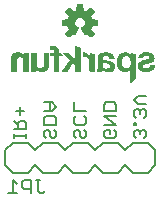
<source format=gbr>
G04 EAGLE Gerber RS-274X export*
G75*
%MOMM*%
%FSLAX34Y34*%
%LPD*%
%INSilkscreen Bottom*%
%IPPOS*%
%AMOC8*
5,1,8,0,0,1.08239X$1,22.5*%
G01*
%ADD10C,0.203200*%
%ADD11C,0.127000*%
%ADD12C,0.025400*%

G36*
X85520Y114446D02*
X85520Y114446D01*
X85628Y114456D01*
X85641Y114462D01*
X85655Y114464D01*
X85752Y114512D01*
X85851Y114557D01*
X85864Y114568D01*
X85873Y114572D01*
X85888Y114588D01*
X85965Y114650D01*
X88550Y117235D01*
X88613Y117324D01*
X88679Y117409D01*
X88684Y117422D01*
X88692Y117434D01*
X88723Y117537D01*
X88759Y117640D01*
X88759Y117654D01*
X88763Y117667D01*
X88759Y117775D01*
X88760Y117884D01*
X88755Y117897D01*
X88755Y117911D01*
X88717Y118013D01*
X88682Y118115D01*
X88673Y118130D01*
X88669Y118139D01*
X88655Y118156D01*
X88601Y118238D01*
X85837Y121628D01*
X86394Y122710D01*
X86400Y122730D01*
X86442Y122825D01*
X86813Y123984D01*
X91164Y124427D01*
X91268Y124455D01*
X91374Y124480D01*
X91386Y124487D01*
X91399Y124490D01*
X91489Y124551D01*
X91582Y124608D01*
X91590Y124619D01*
X91602Y124627D01*
X91668Y124713D01*
X91737Y124797D01*
X91741Y124810D01*
X91750Y124821D01*
X91784Y124924D01*
X91823Y125025D01*
X91824Y125043D01*
X91828Y125052D01*
X91828Y125074D01*
X91837Y125172D01*
X91837Y128828D01*
X91820Y128935D01*
X91806Y129043D01*
X91800Y129055D01*
X91798Y129069D01*
X91746Y129165D01*
X91699Y129262D01*
X91689Y129272D01*
X91683Y129284D01*
X91603Y129358D01*
X91527Y129435D01*
X91515Y129441D01*
X91505Y129451D01*
X91406Y129496D01*
X91309Y129544D01*
X91291Y129548D01*
X91282Y129552D01*
X91261Y129554D01*
X91164Y129573D01*
X86813Y130016D01*
X86442Y131175D01*
X86433Y131193D01*
X86431Y131200D01*
X86427Y131207D01*
X86394Y131290D01*
X85837Y132372D01*
X88601Y135762D01*
X88655Y135856D01*
X88712Y135948D01*
X88715Y135961D01*
X88722Y135973D01*
X88743Y136080D01*
X88768Y136185D01*
X88766Y136199D01*
X88769Y136213D01*
X88754Y136320D01*
X88744Y136428D01*
X88738Y136441D01*
X88736Y136455D01*
X88688Y136552D01*
X88643Y136651D01*
X88632Y136664D01*
X88628Y136673D01*
X88612Y136688D01*
X88550Y136765D01*
X85965Y139350D01*
X85876Y139413D01*
X85791Y139479D01*
X85778Y139484D01*
X85766Y139492D01*
X85663Y139523D01*
X85560Y139559D01*
X85546Y139559D01*
X85533Y139563D01*
X85425Y139559D01*
X85316Y139560D01*
X85303Y139555D01*
X85289Y139555D01*
X85187Y139517D01*
X85085Y139482D01*
X85070Y139473D01*
X85061Y139469D01*
X85044Y139455D01*
X84962Y139401D01*
X81572Y136637D01*
X80490Y137194D01*
X80470Y137200D01*
X80375Y137242D01*
X79216Y137613D01*
X78773Y141964D01*
X78745Y142068D01*
X78720Y142174D01*
X78713Y142186D01*
X78710Y142199D01*
X78649Y142289D01*
X78592Y142382D01*
X78581Y142390D01*
X78573Y142402D01*
X78487Y142468D01*
X78403Y142537D01*
X78390Y142541D01*
X78379Y142550D01*
X78276Y142584D01*
X78175Y142623D01*
X78157Y142624D01*
X78148Y142628D01*
X78126Y142628D01*
X78028Y142637D01*
X74372Y142637D01*
X74265Y142620D01*
X74157Y142606D01*
X74145Y142600D01*
X74131Y142598D01*
X74035Y142546D01*
X73938Y142499D01*
X73928Y142489D01*
X73916Y142483D01*
X73842Y142403D01*
X73765Y142327D01*
X73759Y142315D01*
X73749Y142305D01*
X73704Y142206D01*
X73656Y142109D01*
X73652Y142091D01*
X73648Y142082D01*
X73646Y142061D01*
X73627Y141964D01*
X73184Y137613D01*
X72025Y137242D01*
X72007Y137232D01*
X71910Y137194D01*
X70828Y136637D01*
X67438Y139401D01*
X67344Y139455D01*
X67252Y139512D01*
X67239Y139515D01*
X67227Y139522D01*
X67120Y139543D01*
X67015Y139568D01*
X67001Y139566D01*
X66987Y139569D01*
X66880Y139554D01*
X66772Y139544D01*
X66759Y139538D01*
X66746Y139536D01*
X66648Y139488D01*
X66549Y139443D01*
X66536Y139432D01*
X66527Y139428D01*
X66512Y139412D01*
X66435Y139350D01*
X63850Y136765D01*
X63787Y136676D01*
X63721Y136591D01*
X63716Y136578D01*
X63708Y136566D01*
X63677Y136463D01*
X63641Y136360D01*
X63641Y136346D01*
X63637Y136333D01*
X63641Y136225D01*
X63640Y136116D01*
X63645Y136103D01*
X63645Y136089D01*
X63683Y135987D01*
X63718Y135885D01*
X63727Y135870D01*
X63731Y135861D01*
X63745Y135844D01*
X63799Y135762D01*
X66563Y132372D01*
X66006Y131290D01*
X66000Y131270D01*
X65958Y131175D01*
X65587Y130016D01*
X61236Y129573D01*
X61132Y129545D01*
X61026Y129520D01*
X61014Y129513D01*
X61001Y129510D01*
X60911Y129449D01*
X60818Y129392D01*
X60810Y129381D01*
X60798Y129373D01*
X60732Y129287D01*
X60664Y129203D01*
X60659Y129190D01*
X60650Y129179D01*
X60616Y129076D01*
X60577Y128975D01*
X60576Y128957D01*
X60572Y128948D01*
X60573Y128926D01*
X60563Y128828D01*
X60563Y125172D01*
X60580Y125065D01*
X60594Y124957D01*
X60600Y124945D01*
X60602Y124931D01*
X60654Y124835D01*
X60701Y124738D01*
X60711Y124728D01*
X60717Y124716D01*
X60797Y124642D01*
X60873Y124565D01*
X60885Y124559D01*
X60896Y124549D01*
X60994Y124504D01*
X61091Y124456D01*
X61109Y124452D01*
X61118Y124448D01*
X61139Y124446D01*
X61236Y124427D01*
X65587Y123984D01*
X65958Y122825D01*
X65968Y122807D01*
X66006Y122710D01*
X66563Y121628D01*
X63799Y118238D01*
X63745Y118144D01*
X63688Y118052D01*
X63685Y118039D01*
X63678Y118027D01*
X63657Y117920D01*
X63632Y117815D01*
X63634Y117801D01*
X63631Y117787D01*
X63646Y117680D01*
X63656Y117572D01*
X63662Y117559D01*
X63664Y117546D01*
X63712Y117448D01*
X63757Y117349D01*
X63768Y117336D01*
X63772Y117327D01*
X63788Y117312D01*
X63850Y117235D01*
X66435Y114650D01*
X66524Y114587D01*
X66609Y114521D01*
X66622Y114516D01*
X66634Y114508D01*
X66737Y114477D01*
X66840Y114441D01*
X66854Y114441D01*
X66867Y114437D01*
X66975Y114441D01*
X67084Y114440D01*
X67097Y114445D01*
X67111Y114445D01*
X67213Y114483D01*
X67315Y114518D01*
X67330Y114527D01*
X67339Y114531D01*
X67356Y114545D01*
X67438Y114599D01*
X70828Y117363D01*
X71910Y116806D01*
X71963Y116789D01*
X72012Y116763D01*
X72078Y116752D01*
X72142Y116731D01*
X72198Y116732D01*
X72252Y116723D01*
X72319Y116734D01*
X72386Y116735D01*
X72438Y116753D01*
X72493Y116762D01*
X72553Y116794D01*
X72616Y116817D01*
X72659Y116851D01*
X72709Y116877D01*
X72755Y116926D01*
X72807Y116968D01*
X72838Y117015D01*
X72876Y117055D01*
X72932Y117160D01*
X72940Y117173D01*
X72941Y117178D01*
X72945Y117185D01*
X75098Y122382D01*
X75118Y122465D01*
X75123Y122478D01*
X75125Y122494D01*
X75150Y122579D01*
X75149Y122600D01*
X75154Y122620D01*
X75146Y122702D01*
X75147Y122721D01*
X75143Y122741D01*
X75139Y122822D01*
X75132Y122842D01*
X75130Y122863D01*
X75098Y122932D01*
X75092Y122959D01*
X75077Y122983D01*
X75051Y123050D01*
X75038Y123066D01*
X75029Y123085D01*
X74984Y123134D01*
X74964Y123166D01*
X74933Y123191D01*
X74895Y123237D01*
X74872Y123253D01*
X74862Y123263D01*
X74841Y123275D01*
X74776Y123320D01*
X74775Y123321D01*
X74774Y123322D01*
X73875Y123828D01*
X73188Y124472D01*
X72673Y125260D01*
X72361Y126148D01*
X72269Y127085D01*
X72402Y128017D01*
X72753Y128891D01*
X73302Y129656D01*
X74016Y130269D01*
X74856Y130694D01*
X75773Y130908D01*
X76714Y130898D01*
X77626Y130664D01*
X78456Y130221D01*
X79157Y129592D01*
X79689Y128815D01*
X80020Y127934D01*
X80133Y126999D01*
X80025Y126082D01*
X79705Y125214D01*
X79191Y124445D01*
X78512Y123818D01*
X77628Y123323D01*
X77586Y123290D01*
X77544Y123267D01*
X77513Y123234D01*
X77465Y123199D01*
X77453Y123183D01*
X77437Y123170D01*
X77402Y123115D01*
X77377Y123089D01*
X77364Y123059D01*
X77322Y123001D01*
X77316Y122982D01*
X77306Y122965D01*
X77287Y122890D01*
X77277Y122867D01*
X77274Y122843D01*
X77251Y122768D01*
X77252Y122748D01*
X77247Y122728D01*
X77254Y122642D01*
X77253Y122624D01*
X77256Y122608D01*
X77259Y122524D01*
X77267Y122499D01*
X77268Y122485D01*
X77278Y122463D01*
X77302Y122382D01*
X78231Y120139D01*
X78231Y120138D01*
X79162Y117891D01*
X79163Y117891D01*
X79455Y117185D01*
X79484Y117138D01*
X79505Y117086D01*
X79548Y117035D01*
X79584Y116978D01*
X79627Y116943D01*
X79663Y116900D01*
X79720Y116866D01*
X79772Y116823D01*
X79824Y116804D01*
X79872Y116775D01*
X79938Y116761D01*
X80001Y116737D01*
X80056Y116735D01*
X80110Y116724D01*
X80177Y116731D01*
X80244Y116729D01*
X80298Y116745D01*
X80353Y116752D01*
X80464Y116796D01*
X80478Y116800D01*
X80482Y116803D01*
X80490Y116806D01*
X81572Y117363D01*
X84962Y114599D01*
X85056Y114545D01*
X85148Y114488D01*
X85161Y114485D01*
X85173Y114478D01*
X85280Y114457D01*
X85385Y114432D01*
X85399Y114434D01*
X85413Y114431D01*
X85520Y114446D01*
G37*
G36*
X119001Y76253D02*
X119001Y76253D01*
X119003Y76252D01*
X119024Y76261D01*
X119084Y76284D01*
X123224Y80018D01*
X123226Y80024D01*
X123232Y80027D01*
X123256Y80087D01*
X123265Y80108D01*
X123264Y80110D01*
X123265Y80112D01*
X123265Y100686D01*
X123250Y100723D01*
X123240Y100762D01*
X123231Y100768D01*
X123227Y100777D01*
X123199Y100788D01*
X123163Y100810D01*
X119277Y101546D01*
X119262Y101543D01*
X119247Y101548D01*
X119215Y101533D01*
X119180Y101525D01*
X119172Y101512D01*
X119159Y101506D01*
X119144Y101467D01*
X119128Y101442D01*
X119131Y101431D01*
X119127Y101420D01*
X119151Y99503D01*
X119017Y99652D01*
X119016Y99653D01*
X119016Y99654D01*
X118127Y100619D01*
X118121Y100621D01*
X118117Y100628D01*
X117774Y100929D01*
X117763Y100933D01*
X117755Y100943D01*
X117361Y101176D01*
X117352Y101177D01*
X117344Y101184D01*
X116023Y101717D01*
X116012Y101717D01*
X116002Y101724D01*
X115520Y101826D01*
X115508Y101823D01*
X115496Y101828D01*
X113515Y101853D01*
X113504Y101849D01*
X113492Y101851D01*
X112407Y101668D01*
X112397Y101661D01*
X112383Y101661D01*
X111358Y101261D01*
X111351Y101253D01*
X111339Y101251D01*
X110437Y100710D01*
X110432Y100704D01*
X110423Y100701D01*
X109599Y100048D01*
X109593Y100038D01*
X109583Y100033D01*
X108791Y99143D01*
X108787Y99130D01*
X108775Y99121D01*
X108196Y98080D01*
X108194Y98068D01*
X108186Y98057D01*
X107512Y95944D01*
X107513Y95933D01*
X107507Y95922D01*
X107224Y93722D01*
X107227Y93711D01*
X107223Y93699D01*
X107341Y91484D01*
X107346Y91474D01*
X107344Y91462D01*
X107667Y90086D01*
X107674Y90077D01*
X107674Y90065D01*
X108230Y88765D01*
X108238Y88757D01*
X108240Y88746D01*
X109012Y87561D01*
X109021Y87555D01*
X109026Y87544D01*
X109683Y86837D01*
X109693Y86833D01*
X109699Y86823D01*
X110467Y86238D01*
X110478Y86236D01*
X110485Y86227D01*
X111341Y85781D01*
X111352Y85780D01*
X111361Y85772D01*
X112280Y85478D01*
X112290Y85479D01*
X112300Y85473D01*
X113512Y85284D01*
X113521Y85286D01*
X113530Y85283D01*
X114757Y85266D01*
X114765Y85269D01*
X114775Y85267D01*
X115992Y85422D01*
X116002Y85427D01*
X116014Y85427D01*
X116858Y85691D01*
X116868Y85699D01*
X116883Y85702D01*
X117652Y86139D01*
X117660Y86149D01*
X117674Y86154D01*
X118334Y86744D01*
X118340Y86756D01*
X118352Y86764D01*
X118872Y87480D01*
X118873Y87482D01*
X118873Y76378D01*
X118891Y76334D01*
X118908Y76291D01*
X118910Y76290D01*
X118911Y76287D01*
X118955Y76270D01*
X118999Y76252D01*
X119001Y76253D01*
G37*
G36*
X101451Y85269D02*
X101451Y85269D01*
X101462Y85274D01*
X101476Y85272D01*
X102848Y85580D01*
X102859Y85588D01*
X102874Y85589D01*
X104143Y86195D01*
X104152Y86205D01*
X104166Y86209D01*
X104614Y86551D01*
X104620Y86561D01*
X104632Y86567D01*
X105009Y86987D01*
X105013Y86998D01*
X105023Y87006D01*
X105315Y87489D01*
X105317Y87500D01*
X105325Y87510D01*
X105698Y88503D01*
X105698Y88514D01*
X105704Y88525D01*
X105893Y89569D01*
X105890Y89580D01*
X105895Y89592D01*
X105892Y90653D01*
X105889Y90660D01*
X105891Y90663D01*
X105888Y90670D01*
X105889Y90680D01*
X105683Y91621D01*
X105674Y91633D01*
X105673Y91650D01*
X105244Y92512D01*
X105234Y92521D01*
X105229Y92536D01*
X104731Y93145D01*
X104726Y93148D01*
X104724Y93152D01*
X104718Y93154D01*
X104713Y93163D01*
X104103Y93661D01*
X104091Y93664D01*
X104082Y93675D01*
X103386Y94041D01*
X103375Y94042D01*
X103366Y94049D01*
X101881Y94533D01*
X101873Y94532D01*
X101864Y94537D01*
X100327Y94815D01*
X100323Y94814D01*
X100318Y94817D01*
X98112Y95045D01*
X96806Y95271D01*
X96337Y95436D01*
X95909Y95682D01*
X95625Y95943D01*
X95565Y96030D01*
X95523Y96127D01*
X95412Y96648D01*
X95412Y97179D01*
X95523Y97700D01*
X95662Y98014D01*
X95861Y98293D01*
X96114Y98527D01*
X96428Y98720D01*
X96774Y98848D01*
X97143Y98909D01*
X98498Y98959D01*
X99085Y98905D01*
X99646Y98740D01*
X100110Y98485D01*
X100500Y98129D01*
X100795Y97691D01*
X100979Y97196D01*
X101042Y96665D01*
X101042Y96622D01*
X101043Y96620D01*
X101042Y96618D01*
X101062Y96575D01*
X101080Y96531D01*
X101082Y96531D01*
X101083Y96529D01*
X101168Y96496D01*
X105309Y96496D01*
X105310Y96494D01*
X105352Y96484D01*
X105394Y96470D01*
X105400Y96473D01*
X105406Y96472D01*
X105431Y96488D01*
X105476Y96509D01*
X105501Y96534D01*
X105501Y96535D01*
X105517Y96577D01*
X105536Y96626D01*
X105536Y96627D01*
X105516Y96669D01*
X105497Y96712D01*
X105375Y97603D01*
X105369Y97614D01*
X105369Y97629D01*
X105035Y98570D01*
X105026Y98580D01*
X105023Y98594D01*
X104504Y99447D01*
X104493Y99455D01*
X104488Y99468D01*
X103805Y100198D01*
X103793Y100203D01*
X103785Y100215D01*
X102968Y100789D01*
X102956Y100792D01*
X102947Y100801D01*
X101789Y101330D01*
X101779Y101330D01*
X101770Y101337D01*
X100541Y101671D01*
X100532Y101670D01*
X100523Y101674D01*
X98783Y101888D01*
X98775Y101885D01*
X98767Y101888D01*
X97013Y101880D01*
X97006Y101877D01*
X96997Y101879D01*
X95258Y101649D01*
X95250Y101644D01*
X95239Y101645D01*
X93825Y101220D01*
X93816Y101212D01*
X93802Y101211D01*
X92499Y100517D01*
X92490Y100507D01*
X92476Y100502D01*
X91914Y100019D01*
X91907Y100005D01*
X91893Y99996D01*
X91466Y99391D01*
X91463Y99376D01*
X91451Y99364D01*
X91184Y98673D01*
X91185Y98658D01*
X91177Y98643D01*
X91086Y97908D01*
X91088Y97900D01*
X91085Y97892D01*
X91085Y93066D01*
X91086Y93064D01*
X91085Y93062D01*
X91092Y93047D01*
X91060Y92963D01*
X91085Y88625D01*
X90983Y87288D01*
X90634Y85993D01*
X90560Y85794D01*
X90561Y85769D01*
X90552Y85746D01*
X90563Y85722D01*
X90564Y85696D01*
X90583Y85679D01*
X90593Y85657D01*
X90620Y85646D01*
X90638Y85630D01*
X90657Y85632D01*
X90678Y85624D01*
X94712Y85624D01*
X94748Y85621D01*
X94776Y85630D01*
X94816Y85634D01*
X94853Y85653D01*
X94872Y85675D01*
X94904Y85699D01*
X94926Y85735D01*
X94928Y85752D01*
X94940Y85768D01*
X95016Y86048D01*
X95015Y86051D01*
X95017Y86054D01*
X95244Y87083D01*
X95254Y87106D01*
X95260Y87112D01*
X95268Y87114D01*
X95277Y87113D01*
X95301Y87097D01*
X96128Y86394D01*
X96139Y86390D01*
X96148Y86380D01*
X97099Y85840D01*
X97110Y85839D01*
X97120Y85831D01*
X98155Y85478D01*
X98167Y85479D01*
X98177Y85473D01*
X99795Y85232D01*
X99805Y85235D01*
X99816Y85231D01*
X101451Y85269D01*
G37*
G36*
X76584Y85498D02*
X76584Y85498D01*
X76587Y85497D01*
X76670Y85534D01*
X76721Y85585D01*
X76723Y85588D01*
X76725Y85589D01*
X76758Y85674D01*
X76758Y105004D01*
X76750Y105023D01*
X76752Y105043D01*
X76731Y105070D01*
X76720Y105095D01*
X76706Y105100D01*
X76695Y105114D01*
X72555Y107476D01*
X72520Y107480D01*
X72488Y107492D01*
X72473Y107485D01*
X72457Y107487D01*
X72430Y107465D01*
X72399Y107451D01*
X72392Y107435D01*
X72380Y107425D01*
X72378Y107398D01*
X72366Y107366D01*
X72366Y95936D01*
X66891Y101410D01*
X66888Y101412D01*
X66887Y101414D01*
X66802Y101447D01*
X62128Y101447D01*
X62126Y101447D01*
X62125Y101447D01*
X62081Y101427D01*
X62037Y101409D01*
X62037Y101407D01*
X62035Y101406D01*
X62019Y101362D01*
X62002Y101317D01*
X62003Y101315D01*
X62002Y101314D01*
X62040Y101231D01*
X67731Y95665D01*
X61134Y85770D01*
X61127Y85732D01*
X61113Y85695D01*
X61118Y85685D01*
X61116Y85673D01*
X61138Y85642D01*
X61155Y85606D01*
X61166Y85602D01*
X61172Y85593D01*
X61202Y85588D01*
X61240Y85574D01*
X66320Y85599D01*
X66337Y85606D01*
X66355Y85604D01*
X66384Y85626D01*
X66410Y85638D01*
X66415Y85650D01*
X66427Y85660D01*
X70660Y92638D01*
X72315Y91031D01*
X72315Y85623D01*
X72316Y85621D01*
X72315Y85619D01*
X72335Y85576D01*
X72353Y85532D01*
X72355Y85532D01*
X72356Y85530D01*
X72441Y85497D01*
X76581Y85497D01*
X76584Y85498D01*
G37*
G36*
X45016Y85197D02*
X45016Y85197D01*
X45027Y85194D01*
X46060Y85341D01*
X46071Y85347D01*
X46084Y85347D01*
X47070Y85690D01*
X47079Y85698D01*
X47092Y85700D01*
X47994Y86226D01*
X48001Y86236D01*
X48014Y86241D01*
X48268Y86469D01*
X48274Y86480D01*
X48285Y86488D01*
X48946Y87373D01*
X48948Y87384D01*
X48958Y87393D01*
X49446Y88383D01*
X49446Y88395D01*
X49454Y88405D01*
X49754Y89468D01*
X49752Y89479D01*
X49758Y89491D01*
X49859Y90590D01*
X49857Y90596D01*
X49859Y90602D01*
X49859Y101397D01*
X49858Y101399D01*
X49859Y101401D01*
X49839Y101444D01*
X49821Y101488D01*
X49819Y101488D01*
X49818Y101490D01*
X49733Y101523D01*
X45593Y101523D01*
X45591Y101522D01*
X45589Y101523D01*
X45546Y101503D01*
X45502Y101485D01*
X45502Y101483D01*
X45500Y101482D01*
X45467Y101397D01*
X45467Y91400D01*
X45318Y90570D01*
X44975Y89802D01*
X44703Y89440D01*
X44362Y89139D01*
X43967Y88914D01*
X43278Y88691D01*
X42559Y88611D01*
X41838Y88678D01*
X41147Y88890D01*
X40637Y89178D01*
X40206Y89575D01*
X39879Y90060D01*
X39670Y90610D01*
X39445Y91814D01*
X39369Y93044D01*
X39369Y101346D01*
X39368Y101348D01*
X39369Y101350D01*
X39349Y101393D01*
X39331Y101437D01*
X39329Y101437D01*
X39328Y101439D01*
X39243Y101472D01*
X35027Y101472D01*
X35025Y101471D01*
X35023Y101472D01*
X34980Y101452D01*
X34936Y101434D01*
X34936Y101432D01*
X34934Y101431D01*
X34901Y101346D01*
X34901Y85725D01*
X34902Y85723D01*
X34901Y85721D01*
X34921Y85678D01*
X34939Y85634D01*
X34941Y85634D01*
X34942Y85632D01*
X35027Y85599D01*
X39040Y85599D01*
X39042Y85600D01*
X39044Y85599D01*
X39087Y85619D01*
X39131Y85637D01*
X39131Y85639D01*
X39133Y85640D01*
X39166Y85725D01*
X39166Y87782D01*
X39673Y87141D01*
X39681Y87137D01*
X39685Y87128D01*
X40512Y86343D01*
X40521Y86340D01*
X40526Y86332D01*
X41456Y85673D01*
X41465Y85671D01*
X41473Y85663D01*
X41718Y85541D01*
X41729Y85540D01*
X41738Y85533D01*
X42000Y85452D01*
X42009Y85453D01*
X42018Y85448D01*
X43496Y85225D01*
X43504Y85227D01*
X43512Y85223D01*
X45006Y85193D01*
X45016Y85197D01*
G37*
G36*
X32539Y85524D02*
X32539Y85524D01*
X32541Y85523D01*
X32584Y85543D01*
X32628Y85561D01*
X32628Y85563D01*
X32630Y85564D01*
X32663Y85649D01*
X32663Y101371D01*
X32662Y101373D01*
X32663Y101375D01*
X32643Y101418D01*
X32625Y101462D01*
X32623Y101462D01*
X32622Y101464D01*
X32537Y101497D01*
X28499Y101497D01*
X28497Y101496D01*
X28495Y101497D01*
X28452Y101477D01*
X28408Y101459D01*
X28408Y101457D01*
X28406Y101456D01*
X28373Y101371D01*
X28373Y99303D01*
X28331Y99332D01*
X28217Y99468D01*
X27940Y99846D01*
X27936Y99848D01*
X27934Y99853D01*
X27532Y100326D01*
X27525Y100330D01*
X27521Y100338D01*
X27326Y100514D01*
X27186Y100640D01*
X27060Y100754D01*
X27050Y100757D01*
X27042Y100767D01*
X26144Y101334D01*
X26131Y101337D01*
X26120Y101346D01*
X25124Y101715D01*
X25111Y101715D01*
X25098Y101722D01*
X24046Y101877D01*
X24036Y101874D01*
X24025Y101878D01*
X22019Y101828D01*
X22009Y101824D01*
X21996Y101826D01*
X21019Y101620D01*
X21007Y101612D01*
X20991Y101611D01*
X20086Y101189D01*
X20077Y101178D01*
X20062Y101174D01*
X19277Y100556D01*
X19271Y100545D01*
X19259Y100539D01*
X18770Y99964D01*
X18767Y99953D01*
X18757Y99946D01*
X18373Y99297D01*
X18371Y99286D01*
X18363Y99277D01*
X18094Y98572D01*
X18094Y98563D01*
X18089Y98554D01*
X17849Y97447D01*
X17851Y97438D01*
X17847Y97430D01*
X17756Y96301D01*
X17758Y96296D01*
X17756Y96291D01*
X17756Y85750D01*
X17757Y85748D01*
X17756Y85746D01*
X17776Y85703D01*
X17794Y85659D01*
X17796Y85659D01*
X17797Y85657D01*
X17882Y85624D01*
X21971Y85624D01*
X21973Y85625D01*
X21975Y85624D01*
X22018Y85644D01*
X22062Y85662D01*
X22062Y85664D01*
X22064Y85665D01*
X22097Y85750D01*
X22097Y95396D01*
X22162Y96114D01*
X22353Y96802D01*
X22663Y97444D01*
X22959Y97831D01*
X23333Y98140D01*
X23768Y98357D01*
X24068Y98434D01*
X24384Y98451D01*
X25489Y98401D01*
X26045Y98314D01*
X26561Y98110D01*
X27018Y97796D01*
X27535Y97227D01*
X27898Y96548D01*
X28115Y95798D01*
X28195Y95015D01*
X28195Y85649D01*
X28196Y85647D01*
X28195Y85645D01*
X28215Y85602D01*
X28233Y85558D01*
X28235Y85558D01*
X28236Y85556D01*
X28321Y85523D01*
X32537Y85523D01*
X32539Y85524D01*
G37*
G36*
X132234Y85245D02*
X132234Y85245D01*
X132241Y85243D01*
X134807Y85421D01*
X134816Y85426D01*
X134826Y85424D01*
X135747Y85636D01*
X135758Y85644D01*
X135772Y85645D01*
X136629Y86042D01*
X136635Y86049D01*
X136644Y86051D01*
X137838Y86813D01*
X137843Y86819D01*
X137851Y86822D01*
X138366Y87253D01*
X138371Y87264D01*
X138383Y87270D01*
X138803Y87794D01*
X138807Y87805D01*
X138817Y87814D01*
X139126Y88410D01*
X139127Y88419D01*
X139134Y88427D01*
X139566Y89697D01*
X139565Y89707D01*
X139570Y89716D01*
X139672Y90300D01*
X139671Y90307D01*
X139674Y90313D01*
X139699Y90669D01*
X139698Y90673D01*
X139699Y90676D01*
X139698Y90678D01*
X139699Y90682D01*
X139687Y90708D01*
X139684Y90738D01*
X139683Y90739D01*
X139683Y90740D01*
X139672Y90749D01*
X139667Y90762D01*
X139661Y90765D01*
X139658Y90771D01*
X139628Y90783D01*
X139608Y90799D01*
X139606Y90799D01*
X139605Y90800D01*
X139590Y90799D01*
X139578Y90804D01*
X139576Y90803D01*
X139573Y90804D01*
X135712Y90804D01*
X135710Y90803D01*
X135708Y90804D01*
X135665Y90784D01*
X135621Y90766D01*
X135621Y90764D01*
X135619Y90763D01*
X135586Y90678D01*
X135586Y90631D01*
X135557Y90134D01*
X135411Y89672D01*
X135155Y89258D01*
X135051Y89153D01*
X134925Y89027D01*
X134713Y88815D01*
X134186Y88478D01*
X133599Y88261D01*
X133037Y88188D01*
X131707Y88188D01*
X131104Y88262D01*
X130537Y88459D01*
X130024Y88771D01*
X129737Y89055D01*
X129528Y89400D01*
X129411Y89785D01*
X129394Y90189D01*
X129479Y90584D01*
X129660Y90946D01*
X129925Y91250D01*
X130261Y91481D01*
X131368Y91951D01*
X132542Y92257D01*
X136173Y93120D01*
X136180Y93125D01*
X136189Y93125D01*
X136997Y93431D01*
X137004Y93437D01*
X137014Y93439D01*
X137765Y93866D01*
X137771Y93873D01*
X137781Y93877D01*
X138458Y94414D01*
X138463Y94424D01*
X138474Y94430D01*
X138811Y94815D01*
X138815Y94828D01*
X138826Y94837D01*
X139075Y95284D01*
X139076Y95297D01*
X139085Y95308D01*
X139237Y95797D01*
X139235Y95809D01*
X139242Y95822D01*
X139347Y96958D01*
X139344Y96971D01*
X139347Y96984D01*
X139218Y98118D01*
X139212Y98129D01*
X139213Y98143D01*
X138855Y99227D01*
X138847Y99236D01*
X138845Y99250D01*
X138546Y99772D01*
X138536Y99779D01*
X138531Y99792D01*
X138137Y100247D01*
X138126Y100252D01*
X138119Y100264D01*
X137643Y100633D01*
X137632Y100636D01*
X137623Y100645D01*
X136342Y101299D01*
X136331Y101300D01*
X136321Y101307D01*
X134943Y101718D01*
X134932Y101717D01*
X134920Y101723D01*
X133491Y101878D01*
X133484Y101876D01*
X133477Y101878D01*
X131674Y101878D01*
X131668Y101876D01*
X131661Y101878D01*
X130268Y101738D01*
X130259Y101733D01*
X130248Y101734D01*
X128897Y101366D01*
X128888Y101359D01*
X128874Y101357D01*
X127777Y100819D01*
X127768Y100809D01*
X127754Y100805D01*
X126795Y100048D01*
X126789Y100038D01*
X126778Y100033D01*
X126430Y99637D01*
X126428Y99632D01*
X126427Y99632D01*
X126426Y99628D01*
X126418Y99622D01*
X126132Y99180D01*
X126130Y99170D01*
X126123Y99163D01*
X125767Y98375D01*
X125767Y98370D01*
X125763Y98366D01*
X125560Y97808D01*
X125562Y97784D01*
X125557Y97772D01*
X125560Y97765D01*
X125555Y97740D01*
X125564Y97726D01*
X125555Y97714D01*
X125557Y97708D01*
X125553Y97701D01*
X125477Y96990D01*
X125479Y96984D01*
X125478Y96980D01*
X125479Y96978D01*
X125477Y96973D01*
X125494Y96936D01*
X125506Y96896D01*
X125514Y96892D01*
X125518Y96884D01*
X125568Y96864D01*
X125594Y96851D01*
X125598Y96853D01*
X125603Y96851D01*
X129489Y96851D01*
X129533Y96869D01*
X129577Y96887D01*
X129578Y96888D01*
X129580Y96889D01*
X129587Y96908D01*
X129615Y96969D01*
X129631Y97229D01*
X129686Y97472D01*
X129836Y97824D01*
X130054Y98137D01*
X130330Y98401D01*
X130752Y98672D01*
X131219Y98861D01*
X131715Y98959D01*
X132563Y99003D01*
X133411Y98959D01*
X133860Y98874D01*
X134284Y98717D01*
X134585Y98522D01*
X134818Y98254D01*
X134973Y97912D01*
X135021Y97540D01*
X134956Y97171D01*
X134772Y96810D01*
X134537Y96567D01*
X134489Y96517D01*
X133814Y96101D01*
X133062Y95829D01*
X131039Y95425D01*
X131038Y95424D01*
X131037Y95424D01*
X129314Y95043D01*
X129307Y95038D01*
X129298Y95038D01*
X127642Y94428D01*
X127636Y94422D01*
X127626Y94421D01*
X126870Y94016D01*
X126864Y94009D01*
X126855Y94006D01*
X126163Y93498D01*
X126158Y93488D01*
X126146Y93483D01*
X125814Y93133D01*
X125809Y93121D01*
X125798Y93112D01*
X125546Y92700D01*
X125544Y92686D01*
X125534Y92674D01*
X125197Y91671D01*
X125198Y91656D01*
X125190Y91642D01*
X125096Y90587D01*
X125099Y90578D01*
X125096Y90567D01*
X125172Y89526D01*
X125176Y89518D01*
X125175Y89508D01*
X125318Y88844D01*
X125324Y88834D01*
X125325Y88821D01*
X125591Y88196D01*
X125599Y88187D01*
X125602Y88175D01*
X125981Y87611D01*
X125991Y87604D01*
X125996Y87593D01*
X126722Y86850D01*
X126732Y86846D01*
X126738Y86835D01*
X127582Y86229D01*
X127592Y86227D01*
X127601Y86218D01*
X128536Y85767D01*
X128547Y85766D01*
X128557Y85759D01*
X129557Y85477D01*
X129565Y85478D01*
X129574Y85473D01*
X130888Y85291D01*
X130895Y85293D01*
X130901Y85290D01*
X132228Y85243D01*
X132234Y85245D01*
G37*
G36*
X58371Y85524D02*
X58371Y85524D01*
X58373Y85523D01*
X58416Y85543D01*
X58460Y85561D01*
X58460Y85563D01*
X58462Y85564D01*
X58495Y85649D01*
X58495Y98529D01*
X62358Y98553D01*
X62359Y98553D01*
X62404Y98573D01*
X62448Y98592D01*
X62449Y98593D01*
X62466Y98638D01*
X62483Y98684D01*
X62483Y98685D01*
X62446Y98768D01*
X59779Y101435D01*
X59776Y101437D01*
X59775Y101439D01*
X59690Y101472D01*
X58444Y101472D01*
X58444Y101803D01*
X58442Y101808D01*
X58444Y101813D01*
X58267Y103947D01*
X58262Y103957D01*
X58262Y103958D01*
X58262Y103959D01*
X58262Y103960D01*
X58263Y103969D01*
X58115Y104536D01*
X58108Y104545D01*
X58107Y104557D01*
X57859Y105088D01*
X57850Y105096D01*
X57847Y105108D01*
X57507Y105585D01*
X57497Y105591D01*
X57491Y105603D01*
X56748Y106313D01*
X56738Y106317D01*
X56736Y106321D01*
X56733Y106322D01*
X56729Y106328D01*
X55861Y106878D01*
X55849Y106880D01*
X55839Y106889D01*
X54881Y107258D01*
X54868Y107258D01*
X54857Y107265D01*
X53844Y107439D01*
X53834Y107437D01*
X53823Y107441D01*
X52273Y107441D01*
X52270Y107440D01*
X52266Y107441D01*
X50949Y107365D01*
X50927Y107365D01*
X50925Y107364D01*
X50923Y107365D01*
X50880Y107345D01*
X50836Y107327D01*
X50836Y107325D01*
X50834Y107324D01*
X50801Y107239D01*
X50801Y104216D01*
X50802Y104214D01*
X50801Y104212D01*
X50821Y104169D01*
X50839Y104125D01*
X50841Y104125D01*
X50842Y104123D01*
X50927Y104090D01*
X51003Y104090D01*
X51008Y104092D01*
X51015Y104090D01*
X51295Y104116D01*
X52210Y104201D01*
X53110Y104118D01*
X53392Y104021D01*
X53632Y103851D01*
X53814Y103619D01*
X53989Y103196D01*
X54052Y102734D01*
X54052Y101472D01*
X51206Y101472D01*
X51204Y101471D01*
X51202Y101472D01*
X51159Y101452D01*
X51115Y101434D01*
X51115Y101432D01*
X51113Y101431D01*
X51080Y101346D01*
X51080Y98679D01*
X51081Y98677D01*
X51080Y98675D01*
X51100Y98632D01*
X51118Y98588D01*
X51120Y98588D01*
X51121Y98586D01*
X51206Y98553D01*
X54078Y98553D01*
X54078Y85649D01*
X54079Y85647D01*
X54078Y85645D01*
X54098Y85602D01*
X54116Y85558D01*
X54118Y85558D01*
X54119Y85556D01*
X54204Y85523D01*
X58369Y85523D01*
X58371Y85524D01*
G37*
G36*
X88496Y85625D02*
X88496Y85625D01*
X88498Y85624D01*
X88541Y85644D01*
X88585Y85662D01*
X88586Y85664D01*
X88588Y85665D01*
X88620Y85750D01*
X88594Y100635D01*
X88578Y100673D01*
X88568Y100712D01*
X88559Y100717D01*
X88556Y100726D01*
X88527Y100737D01*
X88490Y100759D01*
X84629Y101445D01*
X84616Y101442D01*
X84603Y101447D01*
X84569Y101432D01*
X84533Y101423D01*
X84526Y101412D01*
X84514Y101406D01*
X84498Y101365D01*
X84482Y101339D01*
X84484Y101330D01*
X84481Y101321D01*
X84481Y98541D01*
X84434Y98556D01*
X84255Y98824D01*
X83569Y99866D01*
X83564Y99870D01*
X83561Y99877D01*
X83245Y100260D01*
X83232Y100267D01*
X83224Y100280D01*
X82830Y100582D01*
X82825Y100583D01*
X82822Y100587D01*
X81933Y101172D01*
X81930Y101173D01*
X81927Y101176D01*
X81316Y101529D01*
X81304Y101531D01*
X81293Y101540D01*
X80623Y101763D01*
X80611Y101762D01*
X80599Y101768D01*
X79898Y101852D01*
X79888Y101849D01*
X79876Y101853D01*
X78504Y101777D01*
X78461Y101756D01*
X78418Y101736D01*
X78417Y101734D01*
X78416Y101734D01*
X78410Y101716D01*
X78385Y101651D01*
X78385Y97790D01*
X78386Y97788D01*
X78385Y97786D01*
X78405Y97743D01*
X78423Y97699D01*
X78425Y97699D01*
X78426Y97697D01*
X78511Y97664D01*
X78537Y97664D01*
X78546Y97668D01*
X78558Y97665D01*
X78710Y97690D01*
X78712Y97692D01*
X78715Y97691D01*
X79312Y97816D01*
X80837Y97816D01*
X81379Y97724D01*
X81897Y97543D01*
X82376Y97279D01*
X83043Y96719D01*
X83568Y96027D01*
X83929Y95234D01*
X84129Y94415D01*
X84202Y93569D01*
X84202Y85750D01*
X84203Y85748D01*
X84202Y85746D01*
X84222Y85703D01*
X84240Y85659D01*
X84242Y85659D01*
X84243Y85657D01*
X84328Y85624D01*
X88494Y85624D01*
X88496Y85625D01*
G37*
%LPC*%
G36*
X114034Y88691D02*
X114034Y88691D01*
X113295Y89029D01*
X112669Y89545D01*
X112197Y90203D01*
X111908Y90964D01*
X111604Y92911D01*
X111607Y94882D01*
X111798Y95852D01*
X112201Y96751D01*
X112798Y97537D01*
X113557Y98167D01*
X114057Y98427D01*
X114599Y98583D01*
X115166Y98629D01*
X116241Y98578D01*
X116613Y98504D01*
X116951Y98342D01*
X117664Y97786D01*
X118261Y97106D01*
X118674Y96399D01*
X118941Y95625D01*
X119051Y94810D01*
X119025Y92264D01*
X118901Y91495D01*
X118676Y90820D01*
X118677Y90808D01*
X118671Y90796D01*
X118666Y90759D01*
X118674Y90732D01*
X118674Y90721D01*
X118646Y90708D01*
X118602Y90688D01*
X118602Y90687D01*
X118601Y90687D01*
X118568Y90602D01*
X118568Y90564D01*
X118556Y90505D01*
X118514Y90445D01*
X118514Y90444D01*
X118513Y90443D01*
X118462Y90367D01*
X118461Y90361D01*
X118456Y90356D01*
X118156Y89792D01*
X117744Y89323D01*
X117235Y88960D01*
X116558Y88670D01*
X115836Y88518D01*
X114925Y88512D01*
X114034Y88691D01*
G37*
%LPD*%
%LPC*%
G36*
X97339Y88312D02*
X97339Y88312D01*
X97017Y88434D01*
X96726Y88619D01*
X95982Y89338D01*
X95832Y89557D01*
X95725Y89806D01*
X95678Y89971D01*
X95471Y91041D01*
X95401Y92130D01*
X95401Y92964D01*
X95400Y92966D01*
X95401Y92968D01*
X95381Y93011D01*
X95381Y93013D01*
X95401Y93066D01*
X95401Y93358D01*
X95543Y93231D01*
X95558Y93226D01*
X95569Y93213D01*
X95776Y93106D01*
X95788Y93105D01*
X95798Y93097D01*
X96762Y92809D01*
X96770Y92810D01*
X96777Y92806D01*
X97769Y92637D01*
X97773Y92638D01*
X97777Y92635D01*
X99220Y92483D01*
X99770Y92378D01*
X100288Y92181D01*
X100762Y91897D01*
X101030Y91653D01*
X101234Y91355D01*
X101454Y90813D01*
X101561Y90238D01*
X101550Y89653D01*
X101479Y89345D01*
X101344Y89060D01*
X101153Y88810D01*
X100791Y88513D01*
X100370Y88310D01*
X99909Y88213D01*
X98381Y88163D01*
X97339Y88312D01*
G37*
%LPD*%
D10*
X20066Y28956D02*
X20066Y32515D01*
X20066Y30736D02*
X30743Y30736D01*
X30743Y32515D02*
X30743Y28956D01*
X30743Y36752D02*
X20066Y36752D01*
X30743Y36752D02*
X30743Y42091D01*
X28964Y43870D01*
X25405Y43870D01*
X23625Y42091D01*
X23625Y36752D01*
X23625Y40311D02*
X20066Y43870D01*
X25405Y48446D02*
X25405Y55564D01*
X28964Y52005D02*
X21846Y52005D01*
X54364Y36074D02*
X56143Y34295D01*
X56143Y30736D01*
X54364Y28956D01*
X52584Y28956D01*
X50805Y30736D01*
X50805Y34295D01*
X49025Y36074D01*
X47246Y36074D01*
X45466Y34295D01*
X45466Y30736D01*
X47246Y28956D01*
X45466Y40650D02*
X56143Y40650D01*
X45466Y40650D02*
X45466Y45989D01*
X47246Y47768D01*
X54364Y47768D01*
X56143Y45989D01*
X56143Y40650D01*
X52584Y52344D02*
X45466Y52344D01*
X52584Y52344D02*
X56143Y55903D01*
X52584Y59462D01*
X45466Y59462D01*
X50805Y59462D02*
X50805Y52344D01*
X79764Y36074D02*
X81543Y34295D01*
X81543Y30736D01*
X79764Y28956D01*
X77984Y28956D01*
X76205Y30736D01*
X76205Y34295D01*
X74425Y36074D01*
X72646Y36074D01*
X70866Y34295D01*
X70866Y30736D01*
X72646Y28956D01*
X81543Y45989D02*
X79764Y47768D01*
X81543Y45989D02*
X81543Y42429D01*
X79764Y40650D01*
X72646Y40650D01*
X70866Y42429D01*
X70866Y45989D01*
X72646Y47768D01*
X70866Y52344D02*
X81543Y52344D01*
X70866Y52344D02*
X70866Y59462D01*
X105164Y36074D02*
X106943Y34295D01*
X106943Y30736D01*
X105164Y28956D01*
X98046Y28956D01*
X96266Y30736D01*
X96266Y34295D01*
X98046Y36074D01*
X101605Y36074D01*
X101605Y32515D01*
X106943Y40650D02*
X96266Y40650D01*
X96266Y47768D02*
X106943Y40650D01*
X106943Y47768D02*
X96266Y47768D01*
X96266Y52344D02*
X106943Y52344D01*
X96266Y52344D02*
X96266Y57683D01*
X98046Y59462D01*
X105164Y59462D01*
X106943Y57683D01*
X106943Y52344D01*
X130564Y28956D02*
X132343Y30736D01*
X132343Y34295D01*
X130564Y36074D01*
X128784Y36074D01*
X127005Y34295D01*
X127005Y32515D01*
X127005Y34295D02*
X125225Y36074D01*
X123446Y36074D01*
X121666Y34295D01*
X121666Y30736D01*
X123446Y28956D01*
X123446Y40650D02*
X121666Y40650D01*
X123446Y40650D02*
X123446Y42429D01*
X121666Y42429D01*
X121666Y40650D01*
X130564Y46497D02*
X132343Y48276D01*
X132343Y51836D01*
X130564Y53615D01*
X128784Y53615D01*
X127005Y51836D01*
X127005Y50056D01*
X127005Y51836D02*
X125225Y53615D01*
X123446Y53615D01*
X121666Y51836D01*
X121666Y48276D01*
X123446Y46497D01*
X125225Y58191D02*
X132343Y58191D01*
X125225Y58191D02*
X121666Y61750D01*
X125225Y65309D01*
X132343Y65309D01*
X107950Y0D02*
X95250Y0D01*
X107950Y0D02*
X114300Y6350D01*
X114300Y19050D02*
X107950Y25400D01*
X114300Y6350D02*
X120650Y0D01*
X133350Y0D01*
X139700Y6350D01*
X139700Y19050D02*
X133350Y25400D01*
X120650Y25400D01*
X114300Y19050D01*
X69850Y0D02*
X63500Y6350D01*
X69850Y0D02*
X82550Y0D01*
X88900Y6350D01*
X88900Y19050D02*
X82550Y25400D01*
X69850Y25400D01*
X63500Y19050D01*
X88900Y6350D02*
X95250Y0D01*
X88900Y19050D02*
X95250Y25400D01*
X107950Y25400D01*
X31750Y0D02*
X19050Y0D01*
X31750Y0D02*
X38100Y6350D01*
X38100Y19050D02*
X31750Y25400D01*
X38100Y6350D02*
X44450Y0D01*
X57150Y0D01*
X63500Y6350D01*
X63500Y19050D02*
X57150Y25400D01*
X44450Y25400D01*
X38100Y19050D01*
X12700Y19050D02*
X12700Y6350D01*
X19050Y0D01*
X12700Y19050D02*
X19050Y25400D01*
X31750Y25400D01*
X139700Y19050D02*
X139700Y6350D01*
D11*
X46385Y-15746D02*
X44478Y-17653D01*
X42572Y-17653D01*
X40665Y-15746D01*
X40665Y-6213D01*
X42572Y-6213D02*
X38758Y-6213D01*
X34691Y-6213D02*
X34691Y-17653D01*
X34691Y-6213D02*
X28971Y-6213D01*
X27065Y-8120D01*
X27065Y-11933D01*
X28971Y-13840D01*
X34691Y-13840D01*
X22997Y-10027D02*
X19184Y-6213D01*
X19184Y-17653D01*
X22997Y-17653D02*
X15371Y-17653D01*
D12*
X32537Y85649D02*
X32537Y101371D01*
X28499Y101371D01*
X28499Y99162D01*
X28423Y99162D01*
X28395Y99164D01*
X28367Y99168D01*
X28340Y99177D01*
X28314Y99188D01*
X28289Y99202D01*
X28266Y99219D01*
X28245Y99238D01*
X28201Y99287D01*
X28158Y99338D01*
X28118Y99390D01*
X27838Y99771D01*
X27763Y99869D01*
X27685Y99966D01*
X27604Y100061D01*
X27521Y100153D01*
X27436Y100244D01*
X27348Y100332D01*
X27258Y100417D01*
X27166Y100501D01*
X27072Y100581D01*
X26975Y100660D01*
X26976Y100660D02*
X26865Y100745D01*
X26753Y100826D01*
X26638Y100905D01*
X26521Y100980D01*
X26403Y101052D01*
X26282Y101121D01*
X26160Y101186D01*
X26035Y101249D01*
X25909Y101307D01*
X25782Y101363D01*
X25653Y101414D01*
X25523Y101463D01*
X25391Y101507D01*
X25259Y101548D01*
X25125Y101586D01*
X24990Y101620D01*
X24855Y101650D01*
X24718Y101676D01*
X24581Y101699D01*
X24444Y101718D01*
X24305Y101733D01*
X24167Y101745D01*
X24028Y101752D01*
X23693Y101762D01*
X23359Y101765D01*
X23024Y101760D01*
X22690Y101748D01*
X22356Y101729D01*
X22022Y101702D01*
X21892Y101688D01*
X21762Y101670D01*
X21634Y101648D01*
X21506Y101623D01*
X21379Y101593D01*
X21252Y101560D01*
X21127Y101523D01*
X21003Y101482D01*
X20880Y101438D01*
X20759Y101390D01*
X20639Y101338D01*
X20521Y101283D01*
X20404Y101224D01*
X20290Y101162D01*
X20177Y101097D01*
X20066Y101028D01*
X19957Y100955D01*
X19851Y100880D01*
X19747Y100801D01*
X19645Y100720D01*
X19546Y100635D01*
X19449Y100547D01*
X19355Y100457D01*
X19267Y100367D01*
X19181Y100274D01*
X19098Y100180D01*
X19018Y100083D01*
X18941Y99983D01*
X18866Y99882D01*
X18794Y99778D01*
X18726Y99673D01*
X18660Y99565D01*
X18597Y99456D01*
X18538Y99345D01*
X18481Y99232D01*
X18428Y99118D01*
X18378Y99002D01*
X18332Y98885D01*
X18288Y98767D01*
X18249Y98647D01*
X18212Y98527D01*
X18157Y98328D01*
X18108Y98128D01*
X18063Y97927D01*
X18023Y97725D01*
X17988Y97522D01*
X17958Y97318D01*
X17933Y97113D01*
X17912Y96908D01*
X17897Y96703D01*
X17887Y96497D01*
X17882Y96291D01*
X17882Y85750D01*
X21971Y85750D01*
X21971Y95402D01*
X21973Y95525D01*
X21978Y95648D01*
X21988Y95771D01*
X22000Y95894D01*
X22017Y96015D01*
X22037Y96137D01*
X22061Y96258D01*
X22089Y96378D01*
X22120Y96497D01*
X22154Y96615D01*
X22192Y96732D01*
X22234Y96848D01*
X22279Y96962D01*
X22328Y97075D01*
X22380Y97187D01*
X22435Y97297D01*
X22493Y97405D01*
X22555Y97511D01*
X22603Y97588D01*
X22655Y97663D01*
X22709Y97736D01*
X22766Y97806D01*
X22826Y97875D01*
X22889Y97941D01*
X22954Y98004D01*
X23022Y98065D01*
X23092Y98122D01*
X23164Y98177D01*
X23239Y98229D01*
X23315Y98279D01*
X23394Y98324D01*
X23474Y98367D01*
X23556Y98407D01*
X23639Y98443D01*
X23724Y98476D01*
X23795Y98500D01*
X23866Y98521D01*
X23939Y98539D01*
X24012Y98553D01*
X24086Y98565D01*
X24160Y98573D01*
X24235Y98578D01*
X24309Y98579D01*
X24384Y98577D01*
X24384Y98578D02*
X25502Y98528D01*
X25502Y98527D02*
X25599Y98520D01*
X25696Y98511D01*
X25792Y98498D01*
X25888Y98481D01*
X25984Y98460D01*
X26078Y98437D01*
X26172Y98409D01*
X26264Y98378D01*
X26355Y98344D01*
X26445Y98306D01*
X26533Y98266D01*
X26620Y98221D01*
X26705Y98174D01*
X26789Y98123D01*
X26870Y98070D01*
X26949Y98013D01*
X27027Y97954D01*
X27101Y97892D01*
X27102Y97891D02*
X27181Y97820D01*
X27259Y97747D01*
X27334Y97670D01*
X27406Y97592D01*
X27476Y97511D01*
X27543Y97428D01*
X27607Y97343D01*
X27669Y97256D01*
X27727Y97166D01*
X27783Y97075D01*
X27836Y96982D01*
X27886Y96888D01*
X27932Y96792D01*
X27976Y96694D01*
X28016Y96595D01*
X28016Y96596D02*
X28059Y96480D01*
X28099Y96362D01*
X28136Y96244D01*
X28169Y96124D01*
X28199Y96004D01*
X28226Y95883D01*
X28250Y95761D01*
X28270Y95639D01*
X28287Y95516D01*
X28301Y95393D01*
X28311Y95269D01*
X28317Y95145D01*
X28321Y95021D01*
X28323Y94679D01*
X28321Y94337D01*
X28321Y94336D02*
X28321Y85649D01*
X32537Y85649D01*
M02*

</source>
